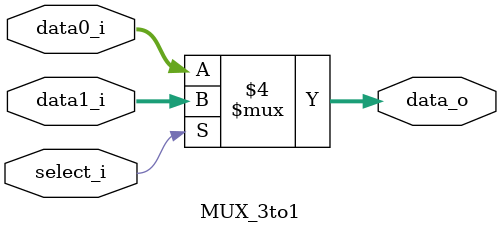
<source format=v>
     
module MUX_3to1(
               data0_i,
               data1_i,
               select_i,
               data_o
               );

parameter size = 32;			   
			
//I/O ports               
input   [size-1:0] data0_i;          
input   [size-1:0] data1_i;
input              select_i;
output  [size-1:0] data_o; 

//Internal Signals
reg     [size-1:0] data_o;

//Main function
always @(data0_i or data1_i or select_i) begin

	if(select_i==0)

	     data_o <= data0_i;

   else 		  

	    data_o <= data1_i;

	

end




endmodule      
          
          
</source>
